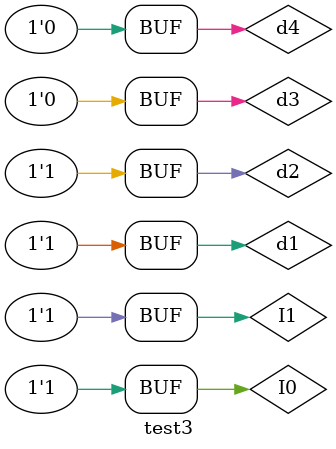
<source format=v>
`timescale 1ns / 1ps


module test3;

	// Inputs
	reg d1;
	reg d2;
	reg d3;
	reg d4;
	reg I0;
	reg I1;

	// Outputs
	wire Q;

	// Instantiate the Unit Under Test (UUT)
	max_4to1 uut (
		.d1(d1), 
		.d2(d2), 
		.d3(d3), 
		.d4(d4), 
		.I0(I0), 
		.I1(I1), 
		.Q(Q)
	);

	initial begin
		// Initialize Inputs
		d1 = 1;
		d2 = 1;
		d3 = 0;
		d4 = 0;
		I0 = 0;
		I1 = 0;

		// Wait 100 ns for global reset to finish
		#100;
        
		// Add stimulus here
		
		d1 = 1;
		d2 = 1;
		d3 = 0;
		d4 = 0;
		I0 = 1;
		I1 = 0;

		// Wait 100 ns for global reset to finish
		#100;
		
		d1 = 1;
		d2 = 1;
		d3 = 0;
		d4 = 0;
		I0 = 0;
		I1 = 1;

		// Wait 100 ns for global reset to finish
		#100;
		
		d1 = 1;
		d2 = 1;
		d3 = 0;
		d4 = 0;
		I0 = 1;
		I1 = 1;

		// Wait 100 ns for global reset to finish
		#100;

	end
      
endmodule


</source>
